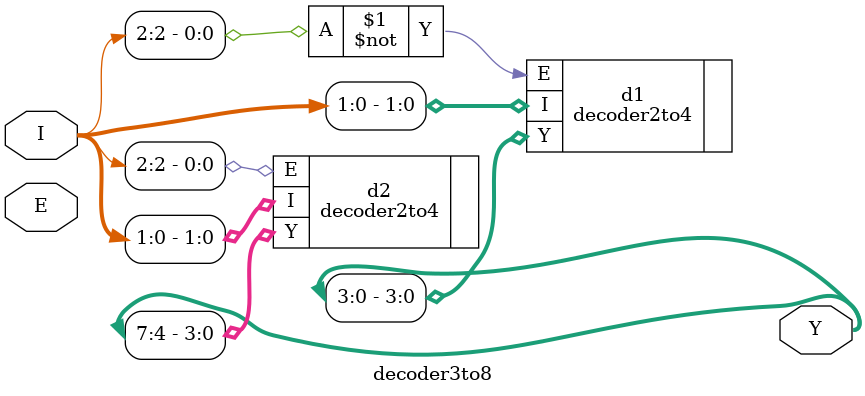
<source format=v>
module decoder3to8(input[2:0] I, input E, output[7:0] Y);
	// data flow model
	// assign Y[0] = E & ~I[2] & ~I[1] & ~I[0];
	// assign Y[1] = E & ~I[2] & ~I[1] & I[0];
	// assign Y[2] = E & ~I[2] & I[1] & ~I[0];
	// assign Y[3] = E & ~I[2] & I[1] & I[0];
	// assign Y[4] = E & I[2] & ~I[1] & ~I[0];
	// assign Y[5] = E & I[2] & ~I[1] & I[0];
	// assign Y[6] = E & I[2] & I[1] & ~I[0];
	// assign Y[7] = E & I[2] & I[1] & I[0];
	
	// gate level model
	// E is not used !!!
	decoder2to4 d1(.E(~I[2]), .I(I[1:0]), .Y(Y[3:0]));
	decoder2to4 d2(.E(I[2]), .I(I[1:0]), .Y(Y[7:4]));
endmodule
</source>
